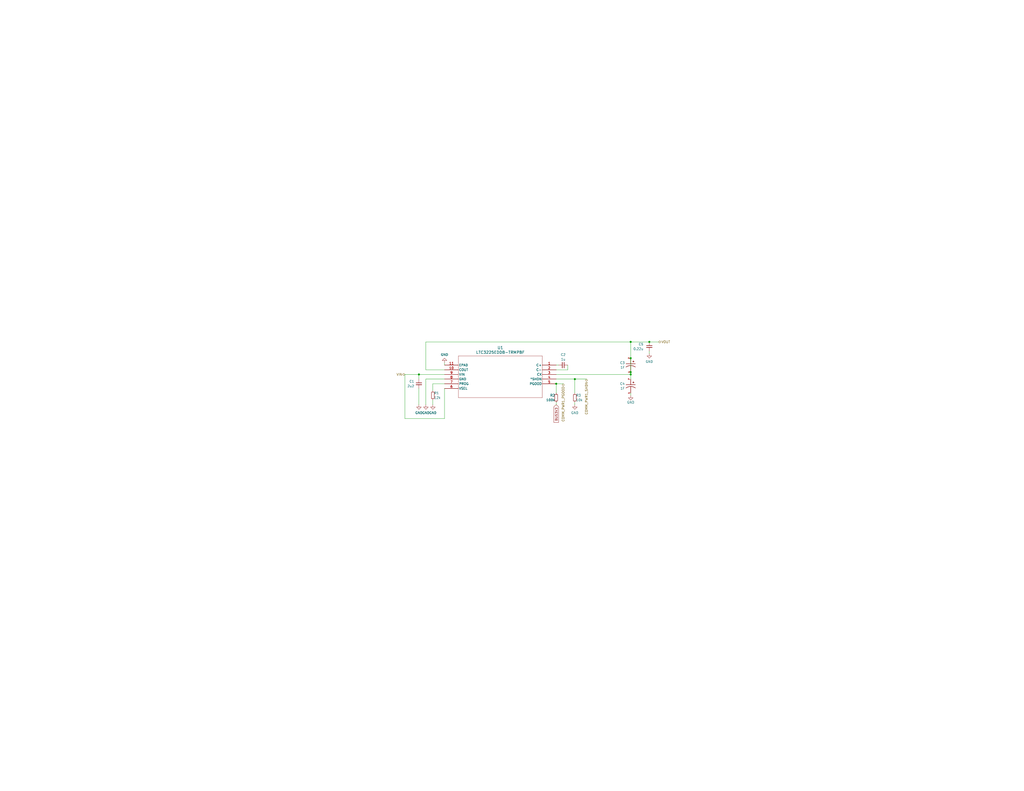
<source format=kicad_sch>
(kicad_sch (version 20231120) (generator "eeschema") (generator_version "8.0")
  (paper "C")
  (title_block (title "HEDGE Comm PCB") (date "2024-10-11") (rev "1.0") (company "Spacecraft Design Lab") (comment 1 "University of Virginia"))
  (lib_symbols
    (symbol "Device:C_Small" (pin_numbers hide) (pin_names (offset 0.254) hide)
      (property "Reference" "C" (at 0.254 1.778 0))
      (property "Value" "C_Small" (at 0.254 -2.032 0))
      (symbol "C_Small_0_1"
        (polyline (pts (xy -1.524 -0.508) (xy 1.524 -0.508)) (stroke (width 0.3302)))
        (polyline (pts (xy -1.524 0.508) (xy 1.524 0.508)) (stroke (width 0.3048)))
      )
      (symbol "C_Small_1_1"
        (pin passive line (at 0 2.54 270) (length 2.032) (name "~") (number "1"))
        (pin passive line (at 0 -2.54 90) (length 2.032) (name "~") (number "2"))
      )
    )
    (symbol "Device:R_Small" (pin_numbers hide) (pin_names (offset 0.254) hide)
      (property "Reference" "R" (at 0.762 0.508 0))
      (property "Value" "R_Small" (at 0.762 -1.016 0))
      (symbol "R_Small_0_1"
        (rectangle (start -0.762 1.778) (end 0.762 -1.778) (stroke (width 0.2032)))
      )
      (symbol "R_Small_1_1"
        (pin passive line (at 0 2.54 270) (length 0.762) (name "~") (number "1"))
        (pin passive line (at 0 -2.54 90) (length 0.762) (name "~") (number "2"))
      )
    )
    (symbol "HV0810-2R7105-R:HV0810-2R7105-R" (pin_names (offset 1.016))
      (property "Reference" "C" (at -5.08 3.81 0))
      (property "Value" "HV0810-2R7105-R" (at -5.08 -5.08 0))
      (symbol "HV0810-2R7105-R_0_0"
        (rectangle (start -3.713 -1.532) (end -2.824 -1.405) (stroke (width 0.1)) (fill (type outline)))
        (rectangle (start -3.332 -1.913) (end -3.205 -1.024) (stroke (width 0.1)) (fill (type outline)))
        (arc (start -0.254 2.54) (mid -1.0549 0) (end -0.254 -2.54) (stroke (width 0.254)))
        (polyline (pts (xy -5.08 0) (xy -2.032 0)) (stroke (width 0.254)))
        (polyline (pts (xy -2.032 2.54) (xy -2.032 -2.54)) (stroke (width 0.254)))
        (polyline (pts (xy -1.016 0) (xy 2.54 0)) (stroke (width 0.254)))
        (pin passive line (at 2.54 0 180) (length 0) (name "~") (number "N"))
        (pin passive line (at -5.08 0 0) (length 0) (name "~") (number "P"))
      )
    )
    (symbol "LTC3225EDDB#TRMPBF:LTC3225EDDB-TRMPBF" (pin_names (offset 0.254))
      (property "Reference" "U" (at 30.48 10.16 0))
      (property "Value" "LTC3225EDDB-TRMPBF" (at 30.48 7.62 0))
      (symbol "LTC3225EDDB-TRMPBF_1_1"
        (polyline (pts (xy 7.62 -17.78) (xy 53.34 -17.78)) (stroke (width 0.127)))
        (polyline (pts (xy 7.62 5.08) (xy 7.62 -17.78)) (stroke (width 0.127)))
        (polyline (pts (xy 53.34 -17.78) (xy 53.34 5.08)) (stroke (width 0.127)))
        (polyline (pts (xy 53.34 5.08) (xy 7.62 5.08)) (stroke (width 0.127)))
        (pin passive line (at 0 0 0) (length 7.62) (name "C+") (number "1"))
        (pin input line (at 60.96 -2.54 180) (length 7.62) (name "COUT") (number "10"))
        (pin passive line (at 60.96 0 180) (length 7.62) (name "EPAD") (number "11"))
        (pin passive line (at 0 -2.54 0) (length 7.62) (name "C-") (number "2"))
        (pin input line (at 0 -5.08 0) (length 7.62) (name "CX") (number "3"))
        (pin input line (at 0 -7.62 0) (length 7.62) (name "*SHDN") (number "4"))
        (pin output line (at 0 -10.16 0) (length 7.62) (name "PGOOD") (number "5"))
        (pin input line (at 60.96 -12.7 180) (length 7.62) (name "VSEL") (number "6"))
        (pin input line (at 60.96 -10.16 180) (length 7.62) (name "PROG") (number "7"))
        (pin passive line (at 60.96 -7.62 180) (length 7.62) (name "GND") (number "8"))
        (pin input line (at 60.96 -5.08 180) (length 7.62) (name "VIN") (number "9"))
      )
    )
    (symbol "power:GND" (power) (pin_names (offset 0))
      (property "Value" "GND" (at 0 -3.81 0))
      (symbol "GND_0_1"
        (polyline (pts (xy 0 0) (xy 0 -1.27) (xy 1.27 -1.27) (xy 0 -2.54) (xy -1.27 -1.27) (xy 0 -1.27)))
      )
      (symbol "GND_1_1"
        (pin power_in line (at 0 0 270) (length 0) hide (name "GND") (number "1"))
      )
    )
  )
  (junction (at 344.17 186.69))
  (junction (at 344.17 195.58))
  (junction (at 313.69 207.01))
  (junction (at 344.17 203.2))
  (junction (at 354.33 186.69))
  (junction (at 228.6 204.47))
  (junction (at 303.53 209.55))
  (junction (at 344.17 204.47))
  (wire (pts (xy 309.88 199.39) (xy 309.88 201.93)))
  (wire (pts (xy 344.17 186.69) (xy 354.33 186.69)))
  (wire (pts (xy 303.53 209.55) (xy 303.53 214.63)))
  (wire (pts (xy 344.17 203.2) (xy 344.17 195.58)))
  (wire (pts (xy 232.41 186.69) (xy 232.41 201.93)))
  (wire (pts (xy 303.53 209.55) (xy 307.34 209.55)))
  (wire (pts (xy 313.69 219.71) (xy 313.69 220.98)))
  (wire (pts (xy 303.53 201.93) (xy 309.88 201.93)))
  (wire (pts (xy 220.98 204.47) (xy 228.6 204.47)))
  (wire (pts (xy 242.57 207.01) (xy 232.41 207.01)))
  (wire (pts (xy 344.17 204.47) (xy 344.17 207.01)))
  (wire (pts (xy 313.69 207.01) (xy 313.69 214.63)))
  (wire (pts (xy 228.6 212.09) (xy 228.6 220.98)))
  (wire (pts (xy 236.22 209.55) (xy 236.22 213.36)))
  (wire (pts (xy 242.57 228.6) (xy 220.98 228.6)))
  (wire (pts (xy 354.33 186.69) (xy 359.41 186.69)))
  (wire (pts (xy 232.41 207.01) (xy 232.41 220.98)))
  (wire (pts (xy 344.17 203.2) (xy 344.17 204.47)))
  (wire (pts (xy 242.57 209.55) (xy 236.22 209.55)))
  (wire (pts (xy 242.57 198.12) (xy 242.57 199.39)))
  (wire (pts (xy 220.98 228.6) (xy 220.98 204.47)))
  (wire (pts (xy 242.57 204.47) (xy 228.6 204.47)))
  (wire (pts (xy 236.22 218.44) (xy 236.22 220.98)))
  (wire (pts (xy 344.17 195.58) (xy 344.17 186.69)))
  (wire (pts (xy 242.57 201.93) (xy 232.41 201.93)))
  (wire (pts (xy 354.33 191.77) (xy 354.33 193.04)))
  (wire (pts (xy 303.53 207.01) (xy 313.69 207.01)))
  (wire (pts (xy 344.17 186.69) (xy 232.41 186.69)))
  (wire (pts (xy 228.6 204.47) (xy 228.6 207.01)))
  (wire (pts (xy 303.53 204.47) (xy 344.17 204.47)))
  (wire (pts (xy 344.17 214.63) (xy 344.17 215.9)))
  (wire (pts (xy 320.04 207.01) (xy 313.69 207.01)))
  (wire (pts (xy 304.8 199.39) (xy 303.53 199.39)))
  (wire (pts (xy 303.53 219.71) (xy 303.53 220.98)))
  (wire (pts (xy 242.57 212.09) (xy 242.57 228.6)))
  (global_label "BUS3V3" (shape input) (at 303.53 220.98 270) (property "Intersheetrefs" "${INTERSHEET_REFS}" (effects (hide yes))))
  (hierarchical_label "VOUT" (shape bidirectional) (at 359.41 186.69 0))
  (hierarchical_label "COMM_PWR1_SHDN" (shape bidirectional) (at 320.04 207.01 270))
  (hierarchical_label "COMM_PWR1_PGOOD" (shape bidirectional) (at 307.34 209.55 270))
  (hierarchical_label "VIN" (shape bidirectional) (at 220.98 204.47 180))
  (symbol (lib_id "Device:R_Small") (at 236.22 215.9 0) (unit 1)
    (property "Reference" "R1" (at 236.855 214.63 0) (effects (justify left)))
    (property "Value" "12k" (at 236.855 217.17 0) (effects (justify left)))
    (property "Footprint" "VST104_footprints:R_SMD_0402" (effects (hide yes)))
    (instances (project "HEDGE-Data" (path "" (reference "R1") (unit 1)) (path "" (reference "R20") (unit 1))))
  )
  (symbol (lib_id "Device:C_Small") (at 307.34 199.39 270) (mirror x) (unit 1)
    (property "Reference" "C2" (at 307.34 193.675 90))
    (property "Value" "1u" (at 307.34 196.215 90))
    (property "Footprint" "VST104_footprints:C_SMD_0402" (effects (hide yes)))
    (instances (project "HEDGE-Data" (path "" (reference "C2") (unit 1)) (path "" (reference "C26") (unit 1))))
  )
  (symbol (lib_id "power:GND") (at 232.41 220.98 0) (mirror y) (unit 1)
    (property "Reference" "#PWR02" (effects (hide yes)))
    (property "Value" "GND" (at 232.41 225.425 0))
    (instances (project "HEDGE-Data" (path "" (reference "#PWR02") (unit 1)) (path "" (reference "#PWR049") (unit 1))))
  )
  (symbol (lib_id "Device:R_Small") (at 313.69 217.17 0) (unit 1)
    (property "Reference" "R3" (at 314.325 215.9 0) (effects (justify left)))
    (property "Value" "10k" (at 314.325 218.44 0) (effects (justify left)))
    (property "Footprint" "VST104_footprints:R_SMD_0402" (effects (hide yes)))
    (instances (project "HEDGE-Data" (path "" (reference "R3") (unit 1)) (path "" (reference "R22") (unit 1))))
  )
  (symbol (lib_id "HV0810-2R7105-R:HV0810-2R7105-R") (at 344.17 212.09 90) (mirror x) (unit 1)
    (property "Reference" "C4" (at 340.995 209.55 90) (effects (justify left)))
    (property "Value" "1F" (at 340.995 212.09 90) (effects (justify left)))
    (property "Footprint" "HV0810-2R7105-R:CAPPRD350W50D800H1350" (effects (hide yes)))
    (property "SNAPEDA_PACKAGE_ID" "79080" (effects (hide yes)))
    (property "MAXIMUM_PACKAGE_HEIGHT" "13.5 mm" (effects (hide yes)))
    (property "STANDARD" "IPC 7351B" (effects (hide yes)))
    (property "PARTREV" "January 2020" (effects (hide yes)))
    (property "SNAPEDA_PN" "HV0810-2R7105-R" (effects (hide yes)))
    (property "MANUFACTURER" "Cooper Bussmann" (effects (hide yes)))
    (instances (project "HEDGE-Data" (path "" (reference "C4") (unit 1)) (path "" (reference "C28") (unit 1))))
  )
  (symbol (lib_id "power:GND") (at 242.57 198.12 0) (mirror x) (unit 1)
    (property "Reference" "#PWR04" (effects (hide yes)))
    (property "Value" "GND" (at 242.57 193.675 0))
    (instances (project "HEDGE-Data" (path "" (reference "#PWR04") (unit 1)) (path "" (reference "#PWR051") (unit 1))))
  )
  (symbol (lib_id "power:GND") (at 313.69 220.98 0) (mirror y) (unit 1)
    (property "Reference" "#PWR05" (effects (hide yes)))
    (property "Value" "GND" (at 313.69 225.425 0))
    (instances (project "HEDGE-Data" (path "" (reference "#PWR05") (unit 1)) (path "" (reference "#PWR052") (unit 1))))
  )
  (symbol (lib_id "Device:R_Small") (at 303.53 217.17 0) (mirror y) (unit 1)
    (property "Reference" "R2" (at 302.895 215.9 0) (effects (justify left)))
    (property "Value" "100k" (at 302.895 218.44 0) (effects (justify left)))
    (property "Footprint" "VST104_footprints:R_SMD_0402" (effects (hide yes)))
    (instances (project "HEDGE-Data" (path "" (reference "R2") (unit 1)) (path "" (reference "R21") (unit 1))))
  )
  (symbol (lib_id "Device:C_Small") (at 228.6 209.55 0) (mirror y) (unit 1)
    (property "Reference" "C1" (at 226.06 208.2863 0) (effects (justify left)))
    (property "Value" "2u2" (at 226.06 210.8263 0) (effects (justify left)))
    (property "Footprint" "VST104_footprints:C_SMD_0402" (effects (hide yes)))
    (instances (project "HEDGE-Data" (path "" (reference "C1") (unit 1)) (path "" (reference "C25") (unit 1))))
  )
  (symbol (lib_id "Device:C_Small") (at 354.33 189.23 0) (mirror y) (unit 1)
    (property "Reference" "C5" (at 351.155 187.9663 0) (effects (justify left)))
    (property "Value" "0.22u" (at 351.155 190.5063 0) (effects (justify left)))
    (property "Footprint" "VST104_footprints:C_SMD_0402" (effects (hide yes)))
    (instances (project "HEDGE-Data" (path "" (reference "C5") (unit 1)) (path "" (reference "C29") (unit 1))))
  )
  (symbol (lib_id "power:GND") (at 228.6 220.98 0) (mirror y) (unit 1)
    (property "Reference" "#PWR01" (effects (hide yes)))
    (property "Value" "GND" (at 228.6 225.425 0))
    (instances (project "HEDGE-Data" (path "" (reference "#PWR01") (unit 1)) (path "" (reference "#PWR048") (unit 1))))
  )
  (symbol (lib_id "HV0810-2R7105-R:HV0810-2R7105-R") (at 344.17 200.66 90) (mirror x) (unit 1)
    (property "Reference" "C3" (at 340.995 198.12 90) (effects (justify left)))
    (property "Value" "1F" (at 340.995 200.66 90) (effects (justify left)))
    (property "Footprint" "HV0810-2R7105-R:CAPPRD350W50D800H1350" (effects (hide yes)))
    (property "SNAPEDA_PACKAGE_ID" "79080" (effects (hide yes)))
    (property "MAXIMUM_PACKAGE_HEIGHT" "13.5 mm" (effects (hide yes)))
    (property "STANDARD" "IPC 7351B" (effects (hide yes)))
    (property "PARTREV" "January 2020" (effects (hide yes)))
    (property "SNAPEDA_PN" "HV0810-2R7105-R" (effects (hide yes)))
    (property "MANUFACTURER" "Cooper Bussmann" (effects (hide yes)))
    (instances (project "HEDGE-Data" (path "" (reference "C3") (unit 1)) (path "" (reference "C27") (unit 1))))
  )
  (symbol (lib_id "LTC3225EDDB#TRMPBF:LTC3225EDDB-TRMPBF") (at 303.53 199.39 0) (mirror y) (unit 1)
    (property "Reference" "U1" (at 273.05 189.865 0) (effects (font (size 1.524 1.524))))
    (property "Value" "LTC3225EDDB-TRMPBF" (at 273.05 192.405 0) (effects (font (size 1.524 1.524))))
    (property "Footprint" "LTC3225:DFN-10_DDB_LIT" (effects (hide yes)))
    (property "Datasheet" "LTC3225EDDB-TRMPBF" (effects (hide yes)))
    (instances (project "HEDGE-Data" (path "" (reference "U1") (unit 1)) (path "" (reference "U5") (unit 1))))
  )
  (symbol (lib_id "power:GND") (at 236.22 220.98 0) (mirror y) (unit 1)
    (property "Reference" "#PWR03" (effects (hide yes)))
    (property "Value" "GND" (at 236.22 225.425 0))
    (instances (project "HEDGE-Data" (path "" (reference "#PWR03") (unit 1)) (path "" (reference "#PWR050") (unit 1))))
  )
  (symbol (lib_id "power:GND") (at 344.17 215.9 0) (mirror y) (unit 1)
    (property "Reference" "#PWR06" (effects (hide yes)))
    (property "Value" "GND" (at 344.17 219.71 0))
    (instances (project "HEDGE-Data" (path "" (reference "#PWR06") (unit 1)) (path "" (reference "#PWR053") (unit 1))))
  )
  (symbol (lib_id "power:GND") (at 354.33 193.04 0) (mirror y) (unit 1)
    (property "Reference" "#PWR07" (effects (hide yes)))
    (property "Value" "GND" (at 354.33 197.485 0))
    (instances (project "HEDGE-Data" (path "" (reference "#PWR07") (unit 1)) (path "" (reference "#PWR054") (unit 1))))
  )
)
</source>
